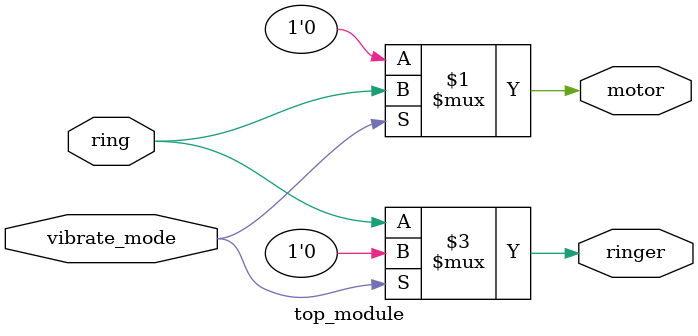
<source format=v>
module top_module (
    input  ring,
    input  vibrate_mode,
    output ringer,        // Make sound
    output motor          // Vibrate
);

    assign motor  = vibrate_mode ? ring : 1'b0;
    assign ringer = ~vibrate_mode ? ring : 1'b0;
    
endmodule

</source>
